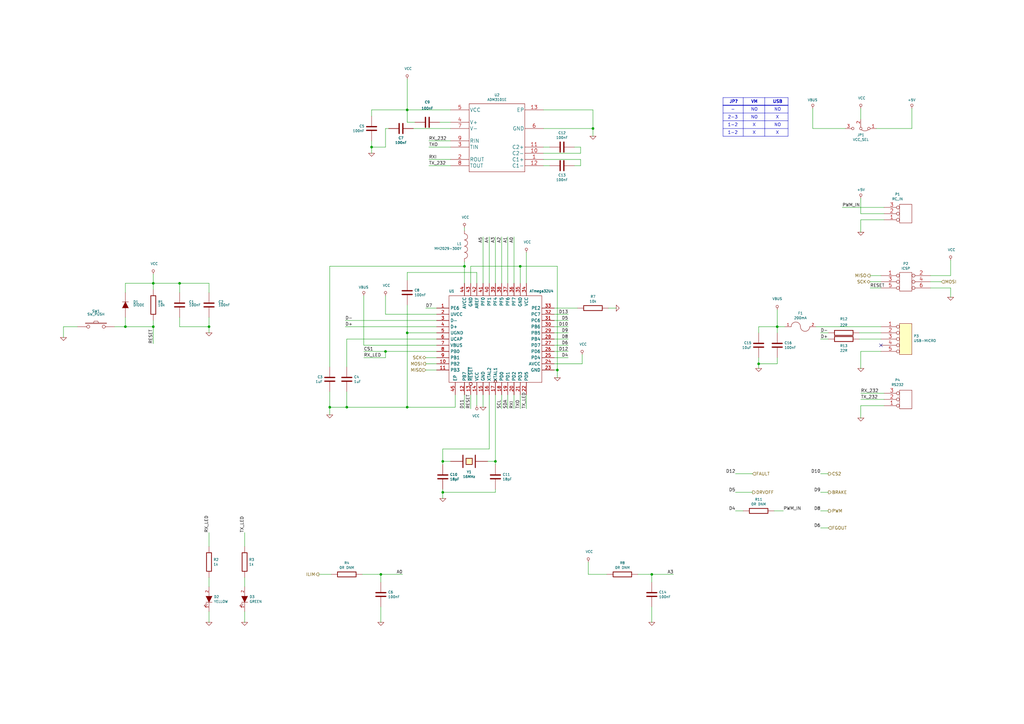
<source format=kicad_sch>
(kicad_sch (version 20231120) (generator "eeschema") (generator_version "8.0")
  (paper "A3")
  (title_block (title "Arduino Micro") (date "2021-04-29") (rev "01") (company "TuX's Design"))
  (lib_symbols
    (symbol "Driverino-rescue:+5V-power" (power) (pin_names (offset 1.016))
      (property "Value" "+5V-power" (at 0 2.286 0))
      (symbol "+5V-power_0_0"
        (pin power_in line (at 0 0 90) (length 0) hide (name "+5V") (number "1"))
      )
    )
    (symbol "Driverino-rescue:ADM3101EACPZ-250R7-ad" (pin_names (offset 0.254))
      (property "Reference" "U" (at 0 20.32 0))
      (property "Value" "ADM3101EACPZ-250R7-ad" (at 0 17.78 0))
      (symbol "ADM3101EACPZ-250R7-ad_1_0"
        (pin unspecified line (at 19.05 -8.89 180) (length 7.62) (name "C1+") (number "1"))
        (pin unspecified line (at 19.05 -6.35 180) (length 7.62) (name "C2-") (number "10"))
        (pin unspecified line (at 19.05 -3.81 180) (length 7.62) (name "C2+") (number "11"))
        (pin unspecified line (at 19.05 -11.43 180) (length 7.62) (name "C1-") (number "12"))
        (pin unspecified line (at 19.05 11.43 180) (length 7.62) (name "EP") (number "13"))
        (pin unspecified line (at -19.05 -8.89 0) (length 7.62) (name "ROUT") (number "2"))
        (pin unspecified line (at -19.05 -3.81 0) (length 7.62) (name "TIN") (number "3"))
        (pin unspecified line (at -19.05 6.35 0) (length 7.62) (name "V+") (number "4"))
        (pin unspecified line (at -19.05 11.43 0) (length 7.62) (name "VCC") (number "5"))
        (pin unspecified line (at 19.05 3.81 180) (length 7.62) (name "GND") (number "6"))
        (pin unspecified line (at -19.05 3.81 0) (length 7.62) (name "V-") (number "7"))
        (pin unspecified line (at -19.05 -11.43 0) (length 7.62) (name "TOUT") (number "8"))
        (pin unspecified line (at -19.05 -1.27 0) (length 7.62) (name "RIN") (number "9"))
      )
    )
    (symbol "Driverino-rescue:ATmega32U4-V2-30A110-A-symbols"
      (property "Reference" "U" (at -21.59 15.24 0))
      (property "Value" "ATmega32U4-V2-30A110-A-symbols" (at 21.59 -21.59 0))
      (symbol "ATmega32U4-V2-30A110-A-symbols_1_1"
        (pin input line (at -24.13 11.43 0) (length 5.08) (name "PE6") (number "1"))
        (pin bidirectional line (at -24.13 -11.43 0) (length 5.08) (name "PB2") (number "10"))
        (pin bidirectional line (at -24.13 -13.97 0) (length 5.08) (name "PB3") (number "11"))
        (pin bidirectional line (at -12.7 -24.13 90) (length 5.08) (name "PB7") (number "12"))
        (pin input inverted (at -10.16 -24.13 90) (length 5.08) (name "~{RESET}") (number "13"))
        (pin power_in line (at -7.62 -24.13 90) (length 5.08) (name "VCC") (number "14"))
        (pin power_in line (at -5.08 -24.13 90) (length 5.08) (name "GND") (number "15"))
        (pin output line (at -2.54 -24.13 90) (length 5.08) (name "XTAL2") (number "16"))
        (pin input clock (at 0 -24.13 90) (length 5.08) (name "XTAL1") (number "17"))
        (pin bidirectional line (at 2.54 -24.13 90) (length 5.08) (name "PD0") (number "18"))
        (pin bidirectional line (at 5.08 -24.13 90) (length 5.08) (name "PD1") (number "19"))
        (pin power_in line (at -24.13 8.89 0) (length 5.08) (name "UVCC") (number "2"))
        (pin bidirectional line (at 7.62 -24.13 90) (length 5.08) (name "PD2") (number "20"))
        (pin bidirectional line (at 10.16 -24.13 90) (length 5.08) (name "PD3") (number "21"))
        (pin bidirectional line (at 12.7 -24.13 90) (length 5.08) (name "PD5") (number "22"))
        (pin power_in line (at 24.13 -13.97 180) (length 5.08) (name "GND") (number "23"))
        (pin power_in line (at 24.13 -11.43 180) (length 5.08) (name "AVCC") (number "24"))
        (pin bidirectional line (at 24.13 -8.89 180) (length 5.08) (name "PD4") (number "25"))
        (pin bidirectional line (at 24.13 -6.35 180) (length 5.08) (name "PD6") (number "26"))
        (pin bidirectional line (at 24.13 -3.81 180) (length 5.08) (name "PD7") (number "27"))
        (pin bidirectional line (at 24.13 -1.27 180) (length 5.08) (name "PB4") (number "28"))
        (pin bidirectional line (at 24.13 1.27 180) (length 5.08) (name "PB5") (number "29"))
        (pin bidirectional line (at -24.13 6.35 0) (length 5.08) (name "D-") (number "3"))
        (pin bidirectional line (at 24.13 3.81 180) (length 5.08) (name "PB6") (number "30"))
        (pin bidirectional line (at 24.13 6.35 180) (length 5.08) (name "PC6") (number "31"))
        (pin bidirectional line (at 24.13 8.89 180) (length 5.08) (name "PC7") (number "32"))
        (pin bidirectional line (at 24.13 11.43 180) (length 5.08) (name "PE2") (number "33"))
        (pin power_in line (at 12.7 21.59 270) (length 5.08) (name "VCC") (number "34"))
        (pin power_in line (at 10.16 21.59 270) (length 5.08) (name "GND") (number "35"))
        (pin bidirectional line (at 7.62 21.59 270) (length 5.08) (name "PF7") (number "36"))
        (pin bidirectional line (at 5.08 21.59 270) (length 5.08) (name "PF6") (number "37"))
        (pin bidirectional line (at 2.54 21.59 270) (length 5.08) (name "PF5") (number "38"))
        (pin bidirectional line (at 0 21.59 270) (length 5.08) (name "PF4") (number "39"))
        (pin bidirectional line (at -24.13 3.81 0) (length 5.08) (name "D+") (number "4"))
        (pin bidirectional line (at -2.54 21.59 270) (length 5.08) (name "PF1") (number "40"))
        (pin bidirectional line (at -5.08 21.59 270) (length 5.08) (name "PF0") (number "41"))
        (pin input line (at -7.62 21.59 270) (length 5.08) (name "AREF") (number "42"))
        (pin power_in line (at -10.16 21.59 270) (length 5.08) (name "GND") (number "43"))
        (pin power_in line (at -12.7 21.59 270) (length 5.08) (name "AVCC") (number "44"))
        (pin power_in line (at -16.51 -24.13 90) (length 5.08) (name "EP") (number "45"))
        (pin power_in line (at -24.13 1.27 0) (length 5.08) (name "UGND") (number "5"))
        (pin power_out line (at -24.13 -1.27 0) (length 5.08) (name "UCAP") (number "6"))
        (pin input line (at -24.13 -3.81 0) (length 5.08) (name "VBUS") (number "7"))
        (pin input line (at -24.13 -6.35 0) (length 5.08) (name "PB0") (number "8"))
        (pin bidirectional line (at -24.13 -8.89 0) (length 5.08) (name "PB1") (number "9"))
      )
    )
    (symbol "Driverino-rescue:C-device" (pin_numbers hide) (pin_names (offset 0.254))
      (property "Reference" "C" (at 0 2.54 0))
      (property "Value" "C-device" (at 0.1524 -2.159 0))
      (symbol "C-device_1_1"
        (pin passive line (at 0 5.08 270) (length 4.318) (name "~") (number "1"))
        (pin passive line (at 0 -5.08 90) (length 4.318) (name "~") (number "2"))
      )
    )
    (symbol "Driverino-rescue:CONN_3-conn" (pin_names (offset 1.016) hide)
      (property "Reference" "K" (at -1.27 0 90))
      (property "Value" "CONN_3-conn" (at 1.27 0 90))
      (symbol "CONN_3-conn_1_1"
        (pin passive inverted (at -8.89 2.54 0) (length 6.35) (name "P1") (number "1"))
        (pin passive inverted (at -8.89 0 0) (length 6.35) (name "PM") (number "2"))
        (pin passive inverted (at -8.89 -2.54 0) (length 6.35) (name "P3") (number "3"))
      )
    )
    (symbol "Driverino-rescue:CONN_3X2-conn" (pin_names (offset 1.016) hide)
      (property "Reference" "P" (at 0 6.35 0))
      (property "Value" "CONN_3X2-conn" (at 0 1.27 90))
      (symbol "CONN_3X2-conn_1_1"
        (pin passive inverted (at -10.16 3.81 0) (length 7.62) (name "1") (number "1"))
        (pin passive inverted (at 10.16 3.81 180) (length 7.62) (name "2") (number "2"))
        (pin passive inverted (at -10.16 1.27 0) (length 7.62) (name "3") (number "3"))
        (pin passive inverted (at 10.16 1.27 180) (length 7.62) (name "4") (number "4"))
        (pin passive inverted (at -10.16 -1.27 0) (length 7.62) (name "5") (number "5"))
        (pin passive inverted (at 10.16 -1.27 180) (length 7.62) (name "6") (number "6"))
      )
    )
    (symbol "Driverino-rescue:CONN_5-conn" (pin_names (offset 1.016))
      (property "Reference" "P" (at -1.27 0 90))
      (property "Value" "CONN_5-conn" (at 1.27 0 90))
      (symbol "CONN_5-conn_1_1"
        (pin passive inverted (at -10.16 5.08 0) (length 7.62) (name "~") (number "1"))
        (pin passive inverted (at -10.16 2.54 0) (length 7.62) (name "~") (number "2"))
        (pin passive inverted (at -10.16 0 0) (length 7.62) (name "~") (number "3"))
        (pin passive inverted (at -10.16 -2.54 0) (length 7.62) (name "~") (number "4"))
        (pin passive inverted (at -10.16 -5.08 0) (length 7.62) (name "~") (number "5"))
      )
    )
    (symbol "Driverino-rescue:CRYSTAL-device" (pin_numbers hide) (pin_names (offset 1.016) hide)
      (property "Reference" "X" (at 0 3.81 0))
      (property "Value" "CRYSTAL-device" (at 0 -3.81 0))
      (symbol "CRYSTAL-device_1_1"
        (pin passive line (at -7.62 0 0) (length 5.08) (name "1") (number "1"))
        (pin passive line (at 7.62 0 180) (length 5.08) (name "2") (number "2"))
      )
    )
    (symbol "Driverino-rescue:DIODE-device" (pin_numbers hide) (pin_names (offset 1.016) hide)
      (property "Reference" "D" (at 0 2.54 0))
      (property "Value" "DIODE-device" (at 0 -2.54 0))
      (symbol "DIODE-device_1_1"
        (pin passive line (at 5.08 0 180) (length 3.81) (name "K") (number "1"))
        (pin passive line (at -5.08 0 0) (length 3.81) (name "A") (number "2"))
      )
    )
    (symbol "Driverino-rescue:FUSE-device" (pin_names (offset 0.254))
      (property "Reference" "F" (at 2.54 1.27 0))
      (property "Value" "FUSE-device" (at -2.54 -1.27 0))
      (symbol "FUSE-device_1_1"
        (pin input line (at -6.35 0 0) (length 2.54) (name "~") (number "1"))
        (pin input line (at 6.35 0 180) (length 2.54) (name "~") (number "2"))
      )
    )
    (symbol "Driverino-rescue:GND-power" (power) (pin_names (offset 0))
      (symbol "GND-power_1_1"
        (pin power_in line (at 0 0 90) (length 0) hide (name "GND") (number "1"))
      )
    )
    (symbol "Driverino-rescue:INDUCTOR_SMALL-device" (pin_numbers hide) (pin_names (offset 0) hide)
      (property "Reference" "L" (at 0 2.54 0))
      (property "Value" "INDUCTOR_SMALL-device" (at 0 -1.27 0))
      (symbol "INDUCTOR_SMALL-device_1_1"
        (pin input line (at -6.35 0 0) (length 1.27) (name "1") (number "1"))
        (pin input line (at 6.35 0 180) (length 1.27) (name "2") (number "2"))
      )
    )
    (symbol "Driverino-rescue:Jumper_3_Bridged12-Jumper" (pin_names (offset 0) hide)
      (property "Reference" "JP" (at -2.54 -2.54 0))
      (property "Value" "Jumper_3_Bridged12-Jumper" (at 0 2.794 0))
      (symbol "Jumper_3_Bridged12-Jumper_1_1"
        (pin passive line (at -6.35 0 0) (length 2.54) (name "A") (number "1"))
        (pin input line (at 0 -3.81 90) (length 2.54) (name "C") (number "2"))
        (pin passive line (at 6.35 0 180) (length 2.54) (name "B") (number "3"))
      )
    )
    (symbol "Driverino-rescue:LED-device" (pin_names (offset 1.016) hide)
      (property "Reference" "D" (at 0 2.54 0))
      (property "Value" "LED-device" (at 0 -2.54 0))
      (symbol "LED-device_1_1"
        (pin passive line (at 5.08 0 180) (length 3.81) (name "K") (number "1"))
        (pin passive line (at -5.08 0 0) (length 3.81) (name "A") (number "2"))
      )
    )
    (symbol "Driverino-rescue:R-device" (pin_numbers hide) (pin_names (offset 0))
      (property "Reference" "R" (at 2.032 0 90))
      (property "Value" "R-device" (at 0.1778 0.0254 90))
      (symbol "R-device_1_1"
        (pin passive line (at 0 6.35 270) (length 2.54) (name "~") (number "1"))
        (pin passive line (at 0 -6.35 90) (length 2.54) (name "~") (number "2"))
      )
    )
    (symbol "Driverino-rescue:SW_PUSH-device" (pin_numbers hide) (pin_names (offset 1.016) hide)
      (property "Reference" "SW" (at 3.81 2.794 0))
      (property "Value" "SW_PUSH-device" (at 0 -2.032 0))
      (symbol "SW_PUSH-device_0_1"
        (pin passive inverted (at -7.62 0 0) (length 5.08) (name "1") (number "1"))
        (pin passive inverted (at 7.62 0 180) (length 5.08) (name "2") (number "2"))
      )
    )
    (symbol "Driverino-rescue:VBUS-power" (power) (pin_names (offset 1.016))
      (property "Value" "VBUS-power" (at 0 2.54 0))
      (symbol "VBUS-power_1_0"
        (pin power_in line (at 0 0 90) (length 0) hide (name "VBUS") (number "1"))
      )
    )
    (symbol "Driverino-rescue:VCC-power" (power) (pin_names (offset 0))
      (property "Value" "VCC-power" (at 0 2.54 0))
      (symbol "VCC-power_0_0"
        (pin power_in line (at 0 0 90) (length 0) hide (name "VCC") (number "1"))
      )
    )
  )
  (junction (at 228.6 151.765))
  (junction (at 73.66 116.205))
  (junction (at 167.005 136.525))
  (junction (at 167.005 167.005))
  (junction (at 181.61 189.23))
  (junction (at 85.725 133.985))
  (junction (at 62.865 116.205))
  (junction (at 181.61 201.93))
  (junction (at 213.36 109.22))
  (junction (at 318.77 133.985))
  (junction (at 158.115 144.145))
  (junction (at 203.2 189.23))
  (junction (at 51.435 133.985))
  (junction (at 190.5 109.22))
  (junction (at 156.21 235.585))
  (junction (at 62.865 133.985))
  (junction (at 142.24 167.005))
  (junction (at 267.335 235.585))
  (junction (at 152.4 60.325))
  (junction (at 167.005 45.085))
  (junction (at 243.205 52.705))
  (junction (at 135.255 167.005))
  (junction (at 311.15 149.225))
  (no_connect (at 361.315 141.605))
  (wire (pts (xy 225.425 60.325) (xy 222.885 60.325)))
  (wire (pts (xy 361.315 115.57) (xy 356.87 115.57)))
  (wire (pts (xy 210.82 116.205) (xy 210.82 97.155)))
  (wire (pts (xy 200.66 116.205) (xy 200.66 97.155)))
  (wire (pts (xy 135.255 160.655) (xy 135.255 167.005)))
  (wire (pts (xy 184.785 45.085) (xy 167.005 45.085)))
  (wire (pts (xy 311.15 133.985) (xy 311.15 136.525)))
  (wire (pts (xy 158.115 144.145) (xy 179.07 144.145)))
  (wire (pts (xy 159.385 52.705) (xy 158.115 52.705)))
  (wire (pts (xy 318.77 136.525) (xy 318.77 133.985)))
  (wire (pts (xy 238.76 149.225) (xy 238.76 145.415)))
  (wire (pts (xy 203.2 161.925) (xy 203.2 189.23)))
  (wire (pts (xy 100.33 224.155) (xy 100.33 218.44)))
  (wire (pts (xy 301.625 201.93) (xy 308.61 201.93)))
  (wire (pts (xy 213.36 161.925) (xy 213.36 167.64)))
  (wire (pts (xy 141.605 133.985) (xy 179.07 133.985)))
  (wire (pts (xy 339.725 139.065) (xy 336.55 139.065)))
  (wire (pts (xy 353.06 87.63) (xy 353.06 81.28)))
  (wire (pts (xy 149.225 141.605) (xy 149.225 121.285)))
  (wire (pts (xy 208.28 116.205) (xy 208.28 97.155)))
  (polyline (pts (xy 296.545 55.88) (xy 323.215 55.88)) (stroke (width 0) (type solid)))
  (wire (pts (xy 156.21 248.92) (xy 156.21 255.27)))
  (wire (pts (xy 174.625 146.685) (xy 179.07 146.685)))
  (wire (pts (xy 85.725 116.205) (xy 85.725 120.015)))
  (wire (pts (xy 181.61 201.93) (xy 181.61 200.66)))
  (wire (pts (xy 311.15 133.985) (xy 318.77 133.985)))
  (wire (pts (xy 198.12 161.925) (xy 198.12 167.005)))
  (wire (pts (xy 200.66 184.15) (xy 200.66 161.925)))
  (wire (pts (xy 167.005 45.085) (xy 152.4 45.085)))
  (wire (pts (xy 179.07 128.905) (xy 158.115 128.905)))
  (wire (pts (xy 142.24 139.065) (xy 142.24 150.495)))
  (wire (pts (xy 73.66 130.175) (xy 73.66 133.985)))
  (wire (pts (xy 200.025 189.23) (xy 203.2 189.23)))
  (wire (pts (xy 51.435 133.985) (xy 62.865 133.985)))
  (wire (pts (xy 167.005 50.165) (xy 167.005 45.085)))
  (wire (pts (xy 195.58 116.205) (xy 195.58 111.76)))
  (wire (pts (xy 333.375 44.45) (xy 333.375 52.705)))
  (wire (pts (xy 148.59 235.585) (xy 156.21 235.585)))
  (wire (pts (xy 179.07 139.065) (xy 142.24 139.065)))
  (wire (pts (xy 26.035 133.985) (xy 26.035 138.43)))
  (wire (pts (xy 318.77 146.685) (xy 318.77 149.225)))
  (wire (pts (xy 362.585 90.17) (xy 353.06 90.17)))
  (wire (pts (xy 158.115 146.685) (xy 158.115 144.145)))
  (wire (pts (xy 51.435 116.205) (xy 62.865 116.205)))
  (wire (pts (xy 227.33 149.225) (xy 238.76 149.225)))
  (wire (pts (xy 208.28 161.925) (xy 208.28 167.64)))
  (wire (pts (xy 227.33 128.905) (xy 233.045 128.905)))
  (wire (pts (xy 227.33 139.065) (xy 233.045 139.065)))
  (wire (pts (xy 184.785 57.785) (xy 175.895 57.785)))
  (wire (pts (xy 267.335 238.76) (xy 267.335 235.585)))
  (wire (pts (xy 381.635 118.11) (xy 389.89 118.11)))
  (wire (pts (xy 167.005 167.005) (xy 142.24 167.005)))
  (wire (pts (xy 311.15 149.225) (xy 311.15 151.13)))
  (wire (pts (xy 267.335 235.585) (xy 276.225 235.585)))
  (wire (pts (xy 73.66 116.205) (xy 73.66 120.015)))
  (wire (pts (xy 167.005 136.525) (xy 167.005 167.005)))
  (wire (pts (xy 158.115 52.705) (xy 158.115 60.325)))
  (wire (pts (xy 205.74 116.205) (xy 205.74 97.155)))
  (wire (pts (xy 130.81 235.585) (xy 135.89 235.585)))
  (wire (pts (xy 184.785 67.945) (xy 175.895 67.945)))
  (wire (pts (xy 361.315 139.065) (xy 352.425 139.065)))
  (wire (pts (xy 249.555 126.365) (xy 252.73 126.365)))
  (wire (pts (xy 346.71 52.705) (xy 333.375 52.705)))
  (wire (pts (xy 158.115 128.905) (xy 158.115 121.285)))
  (wire (pts (xy 190.5 107.315) (xy 190.5 109.22)))
  (wire (pts (xy 174.625 126.365) (xy 179.07 126.365)))
  (wire (pts (xy 135.255 167.005) (xy 135.255 170.18)))
  (wire (pts (xy 85.725 250.825) (xy 85.725 255.27)))
  (wire (pts (xy 85.725 218.44) (xy 85.725 224.155)))
  (wire (pts (xy 142.24 160.655) (xy 142.24 167.005)))
  (wire (pts (xy 85.725 236.855) (xy 85.725 240.665)))
  (wire (pts (xy 301.625 194.31) (xy 308.61 194.31)))
  (wire (pts (xy 190.5 109.22) (xy 190.5 116.205)))
  (wire (pts (xy 152.4 45.085) (xy 152.4 47.625)))
  (wire (pts (xy 170.18 50.165) (xy 167.005 50.165)))
  (wire (pts (xy 179.07 136.525) (xy 167.005 136.525)))
  (wire (pts (xy 311.15 146.685) (xy 311.15 149.225)))
  (wire (pts (xy 167.005 111.76) (xy 195.58 111.76)))
  (wire (pts (xy 301.625 209.55) (xy 304.8 209.55)))
  (wire (pts (xy 361.315 136.525) (xy 352.425 136.525)))
  (wire (pts (xy 46.99 133.985) (xy 51.435 133.985)))
  (wire (pts (xy 311.15 149.225) (xy 318.77 149.225)))
  (wire (pts (xy 222.885 62.865) (xy 238.125 62.865)))
  (wire (pts (xy 181.61 190.5) (xy 181.61 189.23)))
  (wire (pts (xy 389.89 113.03) (xy 389.89 106.68)))
  (wire (pts (xy 149.225 144.145) (xy 158.115 144.145)))
  (wire (pts (xy 353.06 166.37) (xy 353.06 171.45)))
  (wire (pts (xy 85.725 130.175) (xy 85.725 133.985)))
  (wire (pts (xy 100.33 250.825) (xy 100.33 255.27)))
  (wire (pts (xy 227.33 151.765) (xy 228.6 151.765)))
  (wire (pts (xy 336.55 194.31) (xy 339.725 194.31)))
  (wire (pts (xy 51.435 120.015) (xy 51.435 116.205)))
  (wire (pts (xy 215.9 161.925) (xy 215.9 167.64)))
  (wire (pts (xy 62.865 112.395) (xy 62.865 116.205)))
  (polyline (pts (xy 296.545 46.355) (xy 323.215 46.355)) (stroke (width 0) (type solid)))
  (wire (pts (xy 225.425 67.945) (xy 222.885 67.945)))
  (wire (pts (xy 62.865 116.205) (xy 62.865 118.745)))
  (wire (pts (xy 62.865 133.985) (xy 62.865 140.97)))
  (wire (pts (xy 215.9 116.205) (xy 215.9 103.505)))
  (wire (pts (xy 336.55 216.535) (xy 339.725 216.535)))
  (wire (pts (xy 361.315 118.11) (xy 356.87 118.11)))
  (wire (pts (xy 362.585 163.83) (xy 353.06 163.83)))
  (wire (pts (xy 339.725 136.525) (xy 336.55 136.525)))
  (wire (pts (xy 184.785 50.165) (xy 180.34 50.165)))
  (wire (pts (xy 205.74 161.925) (xy 205.74 167.64)))
  (polyline (pts (xy 323.215 40.005) (xy 323.215 55.88)) (stroke (width 0) (type solid)))
  (wire (pts (xy 362.585 161.29) (xy 353.06 161.29)))
  (wire (pts (xy 243.205 45.085) (xy 243.205 52.705)))
  (wire (pts (xy 389.89 118.11) (xy 389.89 121.92)))
  (wire (pts (xy 238.125 62.865) (xy 238.125 60.325)))
  (wire (pts (xy 213.36 109.22) (xy 228.6 109.22)))
  (wire (pts (xy 222.885 45.085) (xy 243.205 45.085)))
  (wire (pts (xy 156.21 238.76) (xy 156.21 235.585)))
  (polyline (pts (xy 296.545 55.88) (xy 296.545 40.005)) (stroke (width 0) (type solid)))
  (wire (pts (xy 85.725 133.985) (xy 85.725 136.525)))
  (wire (pts (xy 241.3 230.505) (xy 241.3 235.585)))
  (polyline (pts (xy 296.545 52.705) (xy 323.215 52.705)) (stroke (width 0) (type solid)))
  (wire (pts (xy 381.635 113.03) (xy 389.89 113.03)))
  (wire (pts (xy 261.62 235.585) (xy 267.335 235.585)))
  (wire (pts (xy 184.785 65.405) (xy 175.895 65.405)))
  (wire (pts (xy 203.2 189.23) (xy 203.2 190.5)))
  (wire (pts (xy 361.315 113.03) (xy 356.87 113.03)))
  (wire (pts (xy 353.06 144.145) (xy 353.06 151.13)))
  (wire (pts (xy 362.585 85.09) (xy 345.44 85.09)))
  (wire (pts (xy 334.645 133.985) (xy 361.315 133.985)))
  (wire (pts (xy 198.12 116.205) (xy 198.12 97.155)))
  (wire (pts (xy 213.36 116.205) (xy 213.36 109.22)))
  (wire (pts (xy 193.04 116.205) (xy 193.04 109.22)))
  (wire (pts (xy 195.58 161.925) (xy 195.58 166.37)))
  (wire (pts (xy 362.585 166.37) (xy 353.06 166.37)))
  (wire (pts (xy 318.77 127) (xy 318.77 133.985)))
  (wire (pts (xy 321.945 133.985) (xy 318.77 133.985)))
  (wire (pts (xy 100.33 236.855) (xy 100.33 240.665)))
  (wire (pts (xy 149.225 146.685) (xy 158.115 146.685)))
  (wire (pts (xy 317.5 209.55) (xy 321.31 209.55)))
  (wire (pts (xy 51.435 133.985) (xy 51.435 130.175)))
  (wire (pts (xy 186.69 167.005) (xy 167.005 167.005)))
  (wire (pts (xy 222.885 65.405) (xy 238.125 65.405)))
  (wire (pts (xy 238.125 60.325) (xy 235.585 60.325)))
  (wire (pts (xy 241.3 235.585) (xy 248.92 235.585)))
  (wire (pts (xy 243.205 52.705) (xy 243.205 55.88)))
  (wire (pts (xy 179.07 141.605) (xy 149.225 141.605)))
  (wire (pts (xy 181.61 201.93) (xy 181.61 204.47)))
  (wire (pts (xy 73.66 116.205) (xy 85.725 116.205)))
  (wire (pts (xy 359.41 52.705) (xy 374.015 52.705)))
  (wire (pts (xy 203.2 201.93) (xy 181.61 201.93)))
  (wire (pts (xy 353.06 48.895) (xy 353.06 44.45)))
  (wire (pts (xy 167.005 125.095) (xy 167.005 136.525)))
  (wire (pts (xy 193.04 161.925) (xy 193.04 167.64)))
  (wire (pts (xy 336.55 201.93) (xy 339.725 201.93)))
  (wire (pts (xy 156.21 235.585) (xy 165.1 235.585)))
  (polyline (pts (xy 296.545 40.005) (xy 323.215 40.005)) (stroke (width 0) (type solid)))
  (wire (pts (xy 181.61 189.23) (xy 184.785 189.23)))
  (wire (pts (xy 152.4 60.325) (xy 152.4 62.865)))
  (wire (pts (xy 362.585 87.63) (xy 353.06 87.63)))
  (wire (pts (xy 62.865 116.205) (xy 73.66 116.205)))
  (wire (pts (xy 62.865 133.985) (xy 62.865 131.445)))
  (wire (pts (xy 210.82 161.925) (xy 210.82 167.64)))
  (wire (pts (xy 181.61 189.23) (xy 181.61 184.15)))
  (wire (pts (xy 228.6 151.765) (xy 228.6 154.94)))
  (wire (pts (xy 238.125 65.405) (xy 238.125 67.945)))
  (wire (pts (xy 73.66 133.985) (xy 85.725 133.985)))
  (wire (pts (xy 227.33 141.605) (xy 233.045 141.605)))
  (wire (pts (xy 190.5 161.925) (xy 190.5 167.64)))
  (wire (pts (xy 167.005 114.935) (xy 167.005 111.76)))
  (wire (pts (xy 184.785 52.705) (xy 169.545 52.705)))
  (wire (pts (xy 336.55 209.55) (xy 339.725 209.55)))
  (polyline (pts (xy 296.545 43.18) (xy 323.215 43.18)) (stroke (width 0.3048) (type solid)))
  (wire (pts (xy 26.035 133.985) (xy 31.75 133.985)))
  (wire (pts (xy 227.33 146.685) (xy 233.045 146.685)))
  (wire (pts (xy 135.255 109.22) (xy 190.5 109.22)))
  (wire (pts (xy 267.335 248.92) (xy 267.335 255.27)))
  (wire (pts (xy 141.605 131.445) (xy 179.07 131.445)))
  (wire (pts (xy 174.625 149.225) (xy 179.07 149.225)))
  (wire (pts (xy 203.2 116.205) (xy 203.2 97.155)))
  (wire (pts (xy 181.61 184.15) (xy 200.66 184.15)))
  (polyline (pts (xy 304.8 40.005) (xy 304.8 55.88)) (stroke (width 0) (type solid)))
  (wire (pts (xy 381.635 115.57) (xy 386.08 115.57)))
  (wire (pts (xy 222.885 52.705) (xy 243.205 52.705)))
  (wire (pts (xy 227.33 144.145) (xy 233.045 144.145)))
  (polyline (pts (xy 313.69 40.005) (xy 313.69 55.88)) (stroke (width 0) (type solid)))
  (wire (pts (xy 227.33 131.445) (xy 233.045 131.445)))
  (wire (pts (xy 374.015 44.45) (xy 374.015 52.705)))
  (wire (pts (xy 227.33 136.525) (xy 233.045 136.525)))
  (polyline (pts (xy 296.545 49.53) (xy 323.215 49.53)) (stroke (width 0) (type solid)))
  (wire (pts (xy 353.06 90.17) (xy 353.06 95.25)))
  (wire (pts (xy 152.4 60.325) (xy 158.115 60.325)))
  (wire (pts (xy 142.24 167.005) (xy 135.255 167.005)))
  (wire (pts (xy 152.4 57.785) (xy 152.4 60.325)))
  (wire (pts (xy 167.005 45.085) (xy 167.005 32.385)))
  (wire (pts (xy 361.315 144.145) (xy 353.06 144.145)))
  (wire (pts (xy 186.69 161.925) (xy 186.69 167.005)))
  (wire (pts (xy 228.6 109.22) (xy 228.6 151.765)))
  (wire (pts (xy 193.04 109.22) (xy 213.36 109.22)))
  (wire (pts (xy 238.125 67.945) (xy 235.585 67.945)))
  (wire (pts (xy 184.785 60.325) (xy 175.895 60.325)))
  (wire (pts (xy 190.5 93.345) (xy 190.5 94.615)))
  (wire (pts (xy 227.33 126.365) (xy 236.855 126.365)))
  (wire (pts (xy 174.625 151.765) (xy 179.07 151.765)))
  (wire (pts (xy 227.33 133.985) (xy 233.045 133.985)))
  (wire (pts (xy 135.255 109.22) (xy 135.255 150.495)))
  (wire (pts (xy 203.2 200.66) (xy 203.2 201.93)))
  (text "-" (at 299.72 45.72 0) (effects (font (size 1.27 1.27)) (justify left bottom)))
  (text "1-2" (at 298.45 52.07 0) (effects (font (size 1.27 1.27)) (justify left bottom)))
  (text "NO" (at 307.975 45.72 0) (effects (font (size 1.27 1.27)) (justify left bottom)))
  (text "X" (at 308.61 55.245 0) (effects (font (size 1.27 1.27)) (justify left bottom)))
  (text "1-2" (at 298.45 55.245 0) (effects (font (size 1.27 1.27)) (justify left bottom)))
  (text "JP?" (at 299.085 42.545 0) (effects (font (size 1.27 1.27) (thickness 0.254) (bold yes)) (justify left bottom)))
  (text "VM" (at 307.975 42.545 0) (effects (font (size 1.27 1.27) (thickness 0.254) (bold yes)) (justify left bottom)))
  (text "X" (at 318.135 48.895 0) (effects (font (size 1.27 1.27)) (justify left bottom)))
  (text "2-3" (at 298.45 48.895 0) (effects (font (size 1.27 1.27)) (justify left bottom)))
  (text "USB" (at 316.865 42.545 0) (effects (font (size 1.27 1.27) (thickness 0.254) (bold yes)) (justify left bottom)))
  (text "NO" (at 317.5 45.72 0) (effects (font (size 1.27 1.27)) (justify left bottom)))
  (text "X" (at 308.61 52.07 0) (effects (font (size 1.27 1.27)) (justify left bottom)))
  (text "X" (at 318.135 55.245 0) (effects (font (size 1.27 1.27)) (justify left bottom)))
  (text "NO" (at 307.975 48.895 0) (effects (font (size 1.27 1.27)) (justify left bottom)))
  (text "NO" (at 317.5 52.07 0) (effects (font (size 1.27 1.27)) (justify left bottom)))
  (label "D-" (at 141.605 131.445 0))
  (label "RX_LED" (at 85.725 218.44 90))
  (label "A2" (at 205.74 97.155 270))
  (label "D8" (at 336.55 209.55 180))
  (label "A5" (at 198.12 97.155 270))
  (label "D+" (at 141.605 133.985 0))
  (label "PWM_IN" (at 321.31 209.55 0))
  (label "TX_LED" (at 215.9 167.64 90))
  (label "RX_232" (at 353.06 161.29 0))
  (label "D6" (at 336.55 216.535 180))
  (label "D6" (at 233.045 141.605 180))
  (label "RESET" (at 356.87 118.11 0))
  (label "RXI" (at 175.895 65.405 0))
  (label "A1" (at 208.28 97.155 270))
  (label "TX_232" (at 175.895 67.945 0))
  (label "CS1" (at 149.225 144.145 0))
  (label "D10" (at 233.045 133.985 180))
  (label "TX_LED" (at 100.33 218.44 90))
  (label "D7" (at 174.625 126.365 0))
  (label "D+" (at 336.55 139.065 0))
  (label "D11" (at 190.5 167.64 90))
  (label "D8" (at 233.045 139.065 180))
  (label "PWM_IN" (at 345.44 85.09 0))
  (label "TXO" (at 175.895 60.325 0))
  (label "D13" (at 233.045 128.905 180))
  (label "RESET" (at 193.04 167.64 90))
  (label "D4" (at 301.625 209.55 180))
  (label "RX_232" (at 175.895 57.785 0))
  (label "A3" (at 276.225 235.585 180))
  (label "D5" (at 301.625 201.93 180))
  (label "D-" (at 336.55 136.525 0))
  (label "TXO" (at 213.36 167.64 90))
  (label "D9" (at 233.045 136.525 180))
  (label "D10" (at 336.55 194.31 180))
  (label "A4" (at 200.66 97.155 270))
  (label "D12" (at 233.045 144.145 180))
  (label "A3" (at 203.2 97.155 270))
  (label "A0" (at 165.1 235.585 180))
  (label "A0" (at 210.82 97.155 270))
  (label "TX_232" (at 353.06 163.83 0))
  (label "SCL" (at 205.74 167.64 90))
  (label "D5" (at 233.045 131.445 180))
  (label "RESET" (at 62.865 140.97 90))
  (label "D9" (at 336.55 201.93 180))
  (label "RXI" (at 210.82 167.64 90))
  (label "D12" (at 301.625 194.31 180))
  (label "D4" (at 233.045 146.685 180))
  (label "SDA" (at 208.28 167.64 90))
  (label "RX_LED" (at 149.225 146.685 0))
  (hierarchical_label "DRVOFF" (shape output) (at 308.61 201.93 0))
  (hierarchical_label "MOSI" (shape output) (at 174.625 149.225 180))
  (hierarchical_label "MISO" (shape input) (at 174.625 151.765 180))
  (hierarchical_label "BRAKE" (shape output) (at 339.725 201.93 0))
  (hierarchical_label "MISO" (shape output) (at 356.87 113.03 180))
  (hierarchical_label "SCK" (shape bidirectional) (at 174.625 146.685 180))
  (hierarchical_label "ILIM" (shape output) (at 130.81 235.585 180))
  (hierarchical_label "MOSI" (shape input) (at 386.08 115.57 0))
  (hierarchical_label "CS2" (shape output) (at 339.725 194.31 0))
  (hierarchical_label "FGOUT" (shape input) (at 339.725 216.535 0))
  (hierarchical_label "PWM" (shape output) (at 339.725 209.55 0))
  (hierarchical_label "SCK" (shape bidirectional) (at 356.87 115.57 180))
  (hierarchical_label "FAULT" (shape input) (at 308.61 194.31 0))
  (symbol (lib_id "Driverino-rescue:CONN_3-conn") (at 371.475 87.63 0) (mirror x) (unit 1)
    (property "Reference" "P1" (at 368.0968 79.6798 0) (effects (font (size 1.016 1.016))))
    (property "Value" "RC_IN" (at 368.0968 81.6102 0) (effects (font (size 1.016 1.016))))
    (property "Footprint" "Connector_PinHeader_2.54mm:PinHeader_1x03_P2.54mm_Horizontal" (effects (hide yes)))
    (property "manf#" "70553-0107" (effects (hide yes)))
    (property "Provider" "Mouser" (effects (hide yes)))
    (property "Manufacturer" "Molex" (effects (hide yes)))
    (property "ProviderCode" "538-70553-0107" (effects (hide yes)))
  )
  (symbol (lib_id "Driverino-rescue:GND-power") (at 353.06 95.25 0) (mirror y) (unit 1)
    (property "Reference" "#PWR030" (effects (hide yes)))
    (property "Value" "GND" (effects (hide yes)))
  )
  (symbol (lib_id "Driverino-rescue:+5V-power") (at 353.06 81.28 0) (mirror y) (unit 1)
    (property "Reference" "#PWR029" (effects (hide yes)))
    (property "Value" "+5V" (at 353.1362 77.8256 0) (effects (font (size 1.016 1.016))))
  )
  (symbol (lib_id "Driverino-rescue:R-device") (at 311.15 209.55 270) (unit 1)
    (property "Reference" "R11" (at 311.15 204.851 90) (effects (font (size 1.016 1.016))))
    (property "Value" "0R DNM" (at 311.15 206.7814 90) (effects (font (size 1.016 1.016))))
    (property "Footprint" "Resistor_SMD:R_0402_1005Metric" (effects (hide yes)))
    (property "Provider" "Mouser" (effects (hide yes)))
    (property "Manufacturer" "Vishay" (effects (hide yes)))
    (property "ProviderCode" "71-RCC04020000Z0ED" (effects (hide yes)))
    (property "manf#" "RCC04020000Z0ED" (effects (hide yes)))
  )
  (symbol (lib_id "Driverino-rescue:C-device") (at 311.15 141.605 180) (unit 1)
    (property "Reference" "C15" (at 308.2544 140.6398 0) (effects (font (size 1.016 1.016)) (justify left)))
    (property "Value" "10uF" (at 308.2544 142.5702 0) (effects (font (size 1.016 1.016)) (justify left)))
    (property "Footprint" "Capacitor_SMD:C_1206_3216Metric" (effects (hide yes)))
    (property "manf#" "C3216X7R1H106K160AE" (effects (hide yes)))
    (property "Manufacturer" "TDK" (effects (hide yes)))
    (property "Provider" "Mouser" (effects (hide yes)))
    (property "ProviderCode" "810-C3216X7R1H106160" (effects (hide yes)))
  )
  (symbol (lib_id "Driverino-rescue:R-device") (at 100.33 230.505 0) (mirror y) (unit 1)
    (property "Reference" "R3" (at 102.1334 229.5398 0) (effects (font (size 1.016 1.016)) (justify right)))
    (property "Value" "1k" (at 102.1334 231.4702 0) (effects (font (size 1.016 1.016)) (justify right)))
    (property "Footprint" "Resistor_SMD:R_0402_1005Metric" (effects (hide yes)))
    (property "manf#" "CRCW04021K00FKEDC" (effects (hide yes)))
    (property "Provider" "Mouser" (effects (hide yes)))
    (property "Manufacturer" "Vishay" (effects (hide yes)))
    (property "ProviderCode" "71-CRCW04021K00FKEDC" (effects (hide yes)))
  )
  (symbol (lib_id "Driverino-rescue:GND-power") (at 100.33 255.27 0) (unit 1)
    (property "Reference" "#PWR05" (effects (hide yes)))
    (property "Value" "GND" (effects (hide yes)))
  )
  (symbol (lib_id "Driverino-rescue:LED-device") (at 100.33 245.745 270) (unit 1)
    (property "Reference" "D3" (at 102.3112 244.7798 90) (effects (font (size 1.016 1.016)) (justify left)))
    (property "Value" "GREEN" (at 102.3112 246.7102 90) (effects (font (size 1.016 1.016)) (justify left)))
    (property "Footprint" "LED_SMD:LED_0603_1608Metric" (effects (hide yes)))
    (property "Manufacturer" "Kingbright" (effects (hide yes)))
    (property "Provider" "Mouser" (effects (hide yes)))
    (property "ProviderCode" "604-APT1608SGC" (effects (hide yes)))
    (property "manf#" "APT1608SGC" (effects (hide yes)))
  )
  (symbol (lib_id "Driverino-rescue:GND-power") (at 85.725 255.27 0) (unit 1)
    (property "Reference" "#PWR04" (effects (hide yes)))
    (property "Value" "GND" (effects (hide yes)))
  )
  (symbol (lib_id "Driverino-rescue:+5V-power") (at 374.015 44.45 0) (unit 1)
    (property "Reference" "#PWR033" (effects (hide yes)))
    (property "Value" "+5V" (at 373.9134 40.9956 0) (effects (font (size 1.016 1.016))))
  )
  (symbol (lib_id "Driverino-rescue:VBUS-power") (at 333.375 44.45 0) (unit 1)
    (property "Reference" "#PWR027" (effects (hide yes)))
    (property "Value" "VBUS" (at 333.2734 40.9956 0) (effects (font (size 1.016 1.016))))
  )
  (symbol (lib_id "Driverino-rescue:VCC-power") (at 353.06 44.45 0) (unit 1)
    (property "Reference" "#PWR028" (effects (hide yes)))
    (property "Value" "VCC" (at 353.441 40.2336 0) (effects (font (size 1.016 1.016))))
  )
  (symbol (lib_id "Driverino-rescue:Jumper_3_Bridged12-Jumper") (at 353.06 52.705 180) (unit 1)
    (property "Reference" "JP1" (at 353.06 55.3466 0) (effects (font (size 1.016 1.016))))
    (property "Value" "VCC_SEL" (at 353.06 57.277 0) (effects (font (size 1.016 1.016))))
    (property "Footprint" "Connector_PinHeader_1.27mm:PinHeader_1x03_P1.27mm_Vertical" (effects (hide yes)))
    (property "Manufacturer" "Samtec" (effects (hide yes)))
    (property "Provider" "Mouser" (effects (hide yes)))
    (property "ProviderCode" "200-TMS10301GS" (effects (hide yes)))
    (property "manf#" "TMS-103-01-G-S" (effects (hide yes)))
  )
  (symbol (lib_id "Driverino-rescue:VCC-power") (at 167.005 32.385 0) (unit 1)
    (property "Reference" "#PWR011" (effects (hide yes)))
    (property "Value" "VCC" (at 167.386 28.1686 0) (effects (font (size 1.016 1.016))))
  )
  (symbol (lib_id "Driverino-rescue:VCC-power") (at 62.865 112.395 0) (unit 1)
    (property "Reference" "#PWR02" (effects (hide yes)))
    (property "Value" "VCC" (at 63.246 108.1786 0) (effects (font (size 1.016 1.016))))
  )
  (symbol (lib_id "Driverino-rescue:VCC-power") (at 190.5 93.345 0) (unit 1)
    (property "Reference" "#PWR014" (effects (hide yes)))
    (property "Value" "VCC" (at 190.881 89.1286 0) (effects (font (size 1.016 1.016))))
  )
  (symbol (lib_id "Driverino-rescue:VCC-power") (at 158.115 121.285 0) (unit 1)
    (property "Reference" "#PWR010" (effects (hide yes)))
    (property "Value" "VCC" (at 158.496 117.0686 0) (effects (font (size 1.016 1.016))))
  )
  (symbol (lib_id "Driverino-rescue:VCC-power") (at 238.76 145.415 0) (unit 1)
    (property "Reference" "#PWR020" (effects (hide yes)))
    (property "Value" "VCC" (at 239.141 141.1986 0) (effects (font (size 1.016 1.016))))
  )
  (symbol (lib_id "Driverino-rescue:VCC-power") (at 195.58 166.37 180) (unit 1)
    (property "Reference" "#PWR015" (effects (hide yes)))
    (property "Value" "VCC" (at 195.199 170.5864 0) (effects (font (size 1.016 1.016))))
  )
  (symbol (lib_id "Driverino-rescue:VCC-power") (at 215.9 103.505 0) (unit 1)
    (property "Reference" "#PWR018" (effects (hide yes)))
    (property "Value" "VCC" (at 216.281 99.2886 0) (effects (font (size 1.016 1.016))))
  )
  (symbol (lib_id "Driverino-rescue:VCC-power") (at 241.3 230.505 0) (unit 1)
    (property "Reference" "#PWR021" (effects (hide yes)))
    (property "Value" "VCC" (at 241.681 226.2886 0) (effects (font (size 1.016 1.016))))
  )
  (symbol (lib_id "Driverino-rescue:VCC-power") (at 389.89 106.68 0) (unit 1)
    (property "Reference" "#PWR034" (effects (hide yes)))
    (property "Value" "VCC" (at 390.271 102.4636 0) (effects (font (size 1.016 1.016))))
  )
  (symbol (lib_id "Driverino-rescue:GND-power") (at 267.335 255.27 0) (unit 1)
    (property "Reference" "#PWR024" (effects (hide yes)))
    (property "Value" "GND" (effects (hide yes)))
  )
  (symbol (lib_id "Driverino-rescue:R-device") (at 255.27 235.585 270) (unit 1)
    (property "Reference" "R8" (at 255.27 230.886 90) (effects (font (size 1.016 1.016))))
    (property "Value" "0R DNM" (at 255.27 232.8164 90) (effects (font (size 1.016 1.016))))
    (property "Footprint" "Resistor_SMD:R_0402_1005Metric" (effects (hide yes)))
    (property "Provider" "Mouser" (effects (hide yes)))
    (property "Manufacturer" "Vishay" (effects (hide yes)))
    (property "ProviderCode" "71-RCC04020000Z0ED" (effects (hide yes)))
    (property "manf#" "RCC04020000Z0ED" (effects (hide yes)))
  )
  (symbol (lib_id "Driverino-rescue:C-device") (at 267.335 243.84 180) (unit 1)
    (property "Reference" "C14" (at 270.256 242.8748 0) (effects (font (size 1.016 1.016)) (justify right)))
    (property "Value" "100nF" (at 270.256 244.8052 0) (effects (font (size 1.016 1.016)) (justify right)))
    (property "Footprint" "Capacitor_SMD:C_0402_1005Metric" (effects (hide yes)))
    (property "manf#" "GCM155R71H104KE02J" (effects (hide yes)))
    (property "Manufacturer" "Murata" (effects (hide yes)))
    (property "Provider" "Mouser" (effects (hide yes)))
    (property "ProviderCode" "81-GCM155R71H104KE2J" (effects (hide yes)))
  )
  (symbol (lib_id "Driverino-rescue:GND-power") (at 198.12 167.005 0) (unit 1)
    (property "Reference" "#PWR016" (effects (hide yes)))
    (property "Value" "GND" (effects (hide yes)))
  )
  (symbol (lib_id "Driverino-rescue:GND-power") (at 228.6 154.94 0) (unit 1)
    (property "Reference" "#PWR019" (effects (hide yes)))
    (property "Value" "GND" (effects (hide yes)))
  )
  (symbol (lib_id "Driverino-rescue:C-device") (at 203.2 195.58 0) (mirror y) (unit 1)
    (property "Reference" "C11" (at 206.121 194.6148 0) (effects (font (size 1.016 1.016)) (justify right)))
    (property "Value" "18pF" (at 206.121 196.5452 0) (effects (font (size 1.016 1.016)) (justify right)))
    (property "Footprint" "Capacitor_SMD:C_0402_1005Metric" (effects (hide yes)))
    (property "manf#" "GRM1555C1H180JA01D" (effects (hide yes)))
    (property "Provider" "Mouser" (effects (hide yes)))
    (property "Manufacturer" "Murata" (effects (hide yes)))
    (property "ProviderCode" "81-GRM1555C1H180JA1D" (effects (hide yes)))
  )
  (symbol (lib_id "Driverino-rescue:C-device") (at 181.61 195.58 0) (mirror y) (unit 1)
    (property "Reference" "C10" (at 184.531 194.6148 0) (effects (font (size 1.016 1.016)) (justify right)))
    (property "Value" "18pF" (at 184.531 196.5452 0) (effects (font (size 1.016 1.016)) (justify right)))
    (property "Footprint" "Capacitor_SMD:C_0402_1005Metric" (effects (hide yes)))
    (property "manf#" "GRM1555C1H180JA01D" (effects (hide yes)))
    (property "Provider" "Mouser" (effects (hide yes)))
    (property "Manufacturer" "Murata" (effects (hide yes)))
    (property "ProviderCode" "81-GRM1555C1H180JA1D" (effects (hide yes)))
  )
  (symbol (lib_id "Driverino-rescue:GND-power") (at 181.61 204.47 0) (mirror y) (unit 1)
    (property "Reference" "#PWR012" (effects (hide yes)))
    (property "Value" "GND" (effects (hide yes)))
  )
  (symbol (lib_id "Driverino-rescue:CRYSTAL-device") (at 192.405 189.23 0) (mirror y) (unit 1)
    (property "Reference" "Y1" (at 192.405 193.5734 0) (effects (font (size 1.016 1.016))))
    (property "Value" "16MHz" (at 192.405 195.5038 0) (effects (font (size 1.016 1.016))))
    (property "Footprint" "Crystal:Crystal_SMD_2016-4Pin_2.0x1.6mm" (effects (hide yes)))
    (property "manf#" "XRCHA16M000F0A01R0" (effects (hide yes)))
    (property "Provider" "Mouser" (effects (hide yes)))
    (property "Manufacturer" "Murata" (effects (hide yes)))
    (property "ProviderCode" "81-XRCHA16M000F0A1R0" (effects (hide yes)))
  )
  (symbol (lib_id "Driverino-rescue:C-device") (at 167.005 120.015 180) (unit 1)
    (property "Reference" "C8" (at 169.926 119.0498 0) (effects (font (size 1.016 1.016)) (justify right)))
    (property "Value" "100nF" (at 169.926 120.9802 0) (effects (font (size 1.016 1.016)) (justify right)))
    (property "Footprint" "Capacitor_SMD:C_0402_1005Metric" (effects (hide yes)))
    (property "manf#" "GCM155R71H104KE02J" (effects (hide yes)))
    (property "Provider" "Mouser" (effects (hide yes)))
    (property "Manufacturer" "Murata" (effects (hide yes)))
    (property "ProviderCode" "81-GCM155R71H104KE2J" (effects (hide yes)))
  )
  (symbol (lib_id "Driverino-rescue:GND-power") (at 389.89 121.92 0) (unit 1)
    (property "Reference" "#PWR035" (effects (hide yes)))
    (property "Value" "GND" (effects (hide yes)))
  )
  (symbol (lib_id "Driverino-rescue:ATmega32U4-V2-30A110-A-symbols") (at 203.2 137.795 0) (unit 1)
    (property "Reference" "U1" (at 184.15 119.38 0) (effects (font (size 1.016 1.016)) (justify left)))
    (property "Value" "ATmega32U4" (at 217.17 119.38 0) (effects (font (size 1.016 1.016)) (justify left)))
    (property "Footprint" "Package_DFN_QFN:QFN-44-1EP_7x7mm_P0.5mm_EP5.2x5.2mm" (effects (hide yes)))
    (property "Provider" "Mouser" (effects (hide yes)))
    (property "manf#" "ATmega32U4-MU" (effects (hide yes)))
    (property "Manufacturer" "Atmel" (effects (hide yes)))
    (property "ProviderCode" "556-ATMEGA32U4-MU" (effects (hide yes)))
  )
  (symbol (lib_id "Driverino-rescue:R-device") (at 346.075 139.065 270) (mirror x) (unit 1)
    (property "Reference" "R13" (at 346.075 141.8336 90) (effects (font (size 1.016 1.016))))
    (property "Value" "22R" (at 346.075 143.764 90) (effects (font (size 1.016 1.016))))
    (property "Footprint" "Resistor_SMD:R_0402_1005Metric" (effects (hide yes)))
    (property "Provider" "Mouser" (effects (hide yes)))
    (property "manf#" "RC0402FR-0722RL" (effects (hide yes)))
    (property "Manufacturer" "Yageo" (effects (hide yes)))
    (property "ProviderCode" "603-RC0402FR-0722RL" (effects (hide yes)))
  )
  (symbol (lib_id "Driverino-rescue:GND-power") (at 353.06 151.13 0) (mirror y) (unit 1)
    (property "Reference" "#PWR031" (effects (hide yes)))
    (property "Value" "GND" (effects (hide yes)))
  )
  (symbol (lib_id "Driverino-rescue:GND-power") (at 353.06 171.45 0) (mirror y) (unit 1)
    (property "Reference" "#PWR032" (effects (hide yes)))
    (property "Value" "GND" (effects (hide yes)))
  )
  (symbol (lib_id "Driverino-rescue:CONN_3-conn") (at 371.475 163.83 0) (mirror x) (unit 1)
    (property "Reference" "P4" (at 368.0968 155.8798 0) (effects (font (size 1.016 1.016))))
    (property "Value" "RS232" (at 368.0968 157.8102 0) (effects (font (size 1.016 1.016))))
    (property "Footprint" "Connector_Molex:Molex_PicoBlade_53047-0310_1x03_P1.25mm_Vertical" (effects (hide yes)))
    (property "manf#" "53047-0310" (effects (hide yes)))
    (property "Provider" "Mouser" (effects (hide yes)))
    (property "Manufacturer" "Molex" (effects (hide yes)))
    (property "ProviderCode" "538-53047-0310" (effects (hide yes)))
  )
  (symbol (lib_id "Driverino-rescue:R-device") (at 346.075 136.525 270) (mirror x) (unit 1)
    (property "Reference" "R12" (at 346.075 130.81 90) (effects (font (size 1.016 1.016))))
    (property "Value" "22R" (at 346.075 133.35 90) (effects (font (size 1.016 1.016))))
    (property "Footprint" "Resistor_SMD:R_0402_1005Metric" (effects (hide yes)))
    (property "Provider" "Mouser" (effects (hide yes)))
    (property "manf#" "RC0402FR-0722RL" (effects (hide yes)))
    (property "Manufacturer" "Yageo" (effects (hide yes)))
    (property "ProviderCode" "603-RC0402FR-0722RL" (effects (hide yes)))
  )
  (symbol (lib_id "Driverino-rescue:GND-power") (at 156.21 255.27 0) (unit 1)
    (property "Reference" "#PWR09" (effects (hide yes)))
    (property "Value" "GND" (effects (hide yes)))
  )
  (symbol (lib_id "Driverino-rescue:R-device") (at 142.24 235.585 270) (unit 1)
    (property "Reference" "R4" (at 142.24 230.886 90) (effects (font (size 1.016 1.016))))
    (property "Value" "0R DNM" (at 142.24 232.8164 90) (effects (font (size 1.016 1.016))))
    (property "Footprint" "Resistor_SMD:R_0402_1005Metric" (effects (hide yes)))
    (property "Provider" "Mouser" (effects (hide yes)))
    (property "Manufacturer" "Vishay" (effects (hide yes)))
    (property "ProviderCode" "71-RCC04020000Z0ED" (effects (hide yes)))
    (property "manf#" "RCC04020000Z0ED" (effects (hide yes)))
  )
  (symbol (lib_id "Driverino-rescue:C-device") (at 156.21 243.84 180) (unit 1)
    (property "Reference" "C6" (at 159.131 242.8748 0) (effects (font (size 1.016 1.016)) (justify right)))
    (property "Value" "100nF" (at 159.131 244.8052 0) (effects (font (size 1.016 1.016)) (justify right)))
    (property "Footprint" "Capacitor_SMD:C_0402_1005Metric" (effects (hide yes)))
    (property "manf#" "GCM155R71H104KE02J" (effects (hide yes)))
    (property "Manufacturer" "Murata" (effects (hide yes)))
    (property "Provider" "Mouser" (effects (hide yes)))
    (property "ProviderCode" "81-GCM155R71H104KE2J" (effects (hide yes)))
  )
  (symbol (lib_id "Driverino-rescue:C-device") (at 230.505 67.945 270) (unit 1)
    (property "Reference" "C13" (at 230.505 71.8312 90) (effects (font (size 1.016 1.016))))
    (property "Value" "100nF" (at 230.505 73.7616 90) (effects (font (size 1.016 1.016))))
    (property "Footprint" "Capacitor_SMD:C_0402_1005Metric" (effects (hide yes)))
    (property "manf#" "GCM155R71H104KE02J" (effects (hide yes)))
    (property "Provider" "Mouser" (effects (hide yes)))
    (property "Manufacturer" "Murata" (effects (hide yes)))
    (property "ProviderCode" "81-GCM155R71H104KE2J" (effects (hide yes)))
  )
  (symbol (lib_id "Driverino-rescue:C-device") (at 230.505 60.325 270) (mirror x) (unit 1)
    (property "Reference" "C12" (at 230.505 54.5084 90) (effects (font (size 1.016 1.016))))
    (property "Value" "100nF" (at 230.505 56.4388 90) (effects (font (size 1.016 1.016))))
    (property "Footprint" "Capacitor_SMD:C_0402_1005Metric" (effects (hide yes)))
    (property "manf#" "GCM155R71H104KE02J" (effects (hide yes)))
    (property "Provider" "Mouser" (effects (hide yes)))
    (property "Manufacturer" "Murata" (effects (hide yes)))
    (property "ProviderCode" "81-GCM155R71H104KE2J" (effects (hide yes)))
  )
  (symbol (lib_id "Driverino-rescue:ADM3101EACPZ-250R7-ad") (at 203.835 56.515 0) (unit 1)
    (property "Reference" "U2" (at 203.835 38.9382 0) (effects (font (size 1.016 1.016))))
    (property "Value" "ADM3101E" (at 203.835 40.8686 0) (effects (font (size 1.016 1.016))))
    (property "Footprint" "Driverino:CP-12-4" (effects (hide yes)))
    (property "Manufacturer" "Analog" (effects (hide yes)))
    (property "manf#" "ADM3101EACPZ-250R7" (effects (hide yes)))
    (property "Provider" "Mouser" (effects (hide yes)))
    (property "ProviderCode" "584-AM3101EACPZ250R7" (effects (hide yes)))
  )
  (symbol (lib_id "Driverino-rescue:C-device") (at 164.465 52.705 270) (mirror x) (unit 1)
    (property "Reference" "C7" (at 164.465 56.5912 90) (effects (font (size 1.016 1.016))))
    (property "Value" "100nF" (at 164.465 58.5216 90) (effects (font (size 1.016 1.016))))
    (property "Footprint" "Capacitor_SMD:C_0402_1005Metric" (effects (hide yes)))
    (property "manf#" "GCM155R71H104KE02J" (effects (hide yes)))
    (property "Provider" "Mouser" (effects (hide yes)))
    (property "Manufacturer" "Murata" (effects (hide yes)))
    (property "ProviderCode" "81-GCM155R71H104KE2J" (effects (hide yes)))
  )
  (symbol (lib_id "Driverino-rescue:C-device") (at 175.26 50.165 90) (unit 1)
    (property "Reference" "C9" (at 175.26 41.91 90) (effects (font (size 1.016 1.016))))
    (property "Value" "100nF" (at 175.26 44.45 90) (effects (font (size 1.016 1.016))))
    (property "Footprint" "Capacitor_SMD:C_0402_1005Metric" (effects (hide yes)))
    (property "manf#" "GCM155R71H104KE02J" (effects (hide yes)))
    (property "Provider" "Mouser" (effects (hide yes)))
    (property "Manufacturer" "Murata" (effects (hide yes)))
    (property "ProviderCode" "81-GCM155R71H104KE2J" (effects (hide yes)))
  )
  (symbol (lib_id "Driverino-rescue:C-device") (at 152.4 52.705 0) (unit 1)
    (property "Reference" "C5" (at 149.5044 51.7398 0) (effects (font (size 1.016 1.016)) (justify right)))
    (property "Value" "100nF" (at 149.5044 53.6702 0) (effects (font (size 1.016 1.016)) (justify right)))
    (property "Footprint" "Capacitor_SMD:C_0402_1005Metric" (effects (hide yes)))
    (property "manf#" "GCM155R71H104KE02J" (effects (hide yes)))
    (property "Provider" "Mouser" (effects (hide yes)))
    (property "Manufacturer" "Murata" (effects (hide yes)))
    (property "ProviderCode" "81-GCM155R71H104KE2J" (effects (hide yes)))
  )
  (symbol (lib_id "Driverino-rescue:GND-power") (at 152.4 62.865 0) (unit 1)
    (property "Reference" "#PWR08" (effects (hide yes)))
    (property "Value" "GND" (effects (hide yes)))
  )
  (symbol (lib_id "Driverino-rescue:GND-power") (at 243.205 55.88 0) (unit 1)
    (property "Reference" "#PWR022" (effects (hide yes)))
    (property "Value" "GND" (effects (hide yes)))
  )
  (symbol (lib_id "Driverino-rescue:CONN_3X2-conn") (at 371.475 116.84 0) (unit 1)
    (property "Reference" "P2" (at 371.475 108.1532 0) (effects (font (size 1.016 1.016))))
    (property "Value" "ICSP" (at 371.475 110.0836 0) (effects (font (size 1.016 1.016))))
    (property "Footprint" "Connector_PinHeader_2.54mm:PinHeader_2x03_P2.54mm_Vertical" (effects (hide yes)))
    (property "Manufacturer" "Molex" (effects (hide yes)))
    (property "Provider" "Mouser" (effects (hide yes)))
    (property "ProviderCode" "538-87914-0616" (effects (hide yes)))
    (property "manf#" "87914-0616" (effects (hide yes)))
  )
  (symbol (lib_id "Driverino-rescue:CONN_5-conn") (at 371.475 139.065 0) (unit 1)
    (property "Reference" "P3" (at 374.7262 137.8204 0) (effects (font (size 1.016 1.016)) (justify left)))
    (property "Value" "USB-MICRO" (at 374.7262 139.7508 0) (effects (font (size 1.016 1.016)) (justify left)))
    (property "Footprint" "Connector_USB:USB_Micro-B_Amphenol_10103594-0001LF_Horizontal" (effects (hide yes)))
    (property "Manufacturer" "Amphenol" (effects (hide yes)))
    (property "Provider" "Mouser" (effects (hide yes)))
    (property "ProviderCode" "649-10103594-0001LF" (effects (hide yes)))
    (property "manf#" "10103594-0001LF" (effects (hide yes)))
  )
  (symbol (lib_id "Driverino-rescue:VBUS-power") (at 318.77 127 0) (unit 1)
    (property "Reference" "#PWR026" (effects (hide yes)))
    (property "Value" "VBUS" (at 318.77 122.555 0) (effects (font (size 1.016 1.016))))
  )
  (symbol (lib_id "Driverino-rescue:FUSE-device") (at 328.295 133.985 0) (unit 1)
    (property "Reference" "F1" (at 328.295 128.4732 0) (effects (font (size 1.016 1.016))))
    (property "Value" "200mA" (at 328.295 130.4036 0) (effects (font (size 1.016 1.016))))
    (property "Footprint" "Fuse:Fuse_0402_1005Metric" (effects (hide yes)))
    (property "Manufacturer" "Bourns" (effects (hide yes)))
    (property "ProviderCode" "652-MF-ASML020/6-2" (effects (hide yes)))
    (property "Provider" "Mouser" (effects (hide yes)))
    (property "manf#" "MF-ASML020/6-2" (effects (hide yes)))
  )
  (symbol (lib_id "Driverino-rescue:C-device") (at 142.24 155.575 180) (unit 1)
    (property "Reference" "C4" (at 145.161 154.6098 0) (effects (font (size 1.016 1.016)) (justify right)))
    (property "Value" "1uF" (at 145.161 156.5402 0) (effects (font (size 1.016 1.016)) (justify right)))
    (property "Footprint" "Capacitor_SMD:C_0603_1608Metric" (effects (hide yes)))
    (property "manf#" "0603DC105MAT2A" (effects (hide yes)))
    (property "Provider" "Mouser" (effects (hide yes)))
    (property "Manufacturer" "AVX" (effects (hide yes)))
    (property "ProviderCode" "581-0603DC105MAT2A" (effects (hide yes)))
  )
  (symbol (lib_id "Driverino-rescue:INDUCTOR_SMALL-device") (at 190.5 100.965 270) (unit 1)
    (property "Reference" "L1" (at 189.3824 99.9998 90) (effects (font (size 1.016 1.016)) (justify right)))
    (property "Value" "MH2029-300Y" (at 189.3824 101.9302 90) (effects (font (size 1.016 1.016)) (justify right)))
    (property "Footprint" "Resistor_SMD:R_0805_2012Metric" (effects (hide yes)))
    (property "Manufacturer" "Bourns" (effects (hide yes)))
    (property "ProviderCode" "652-MH2029-300Y" (effects (hide yes)))
    (property "Provider" "Mouser" (effects (hide yes)))
    (property "manf#" "MH2029-300Y" (effects (hide yes)))
  )
  (symbol (lib_id "Driverino-rescue:C-device") (at 135.255 155.575 180) (unit 1)
    (property "Reference" "C3" (at 132.334 154.6098 0) (effects (font (size 1.016 1.016)) (justify left)))
    (property "Value" "1uF" (at 132.334 156.5402 0) (effects (font (size 1.016 1.016)) (justify left)))
    (property "Footprint" "Capacitor_SMD:C_0603_1608Metric" (effects (hide yes)))
    (property "manf#" "0603DC105MAT2A" (effects (hide yes)))
    (property "Provider" "Mouser" (effects (hide yes)))
    (property "Manufacturer" "AVX" (effects (hide yes)))
    (property "ProviderCode" "581-0603DC105MAT2A" (effects (hide yes)))
  )
  (symbol (lib_id "Driverino-rescue:GND-power") (at 135.255 170.18 0) (unit 1)
    (property "Reference" "#PWR06" (effects (hide yes)))
    (property "Value" "GND" (effects (hide yes)))
  )
  (symbol (lib_id "Driverino-rescue:R-device") (at 85.725 230.505 0) (mirror y) (unit 1)
    (property "Reference" "R2" (at 87.5284 229.5398 0) (effects (font (size 1.016 1.016)) (justify right)))
    (property "Value" "1k" (at 87.5284 231.4702 0) (effects (font (size 1.016 1.016)) (justify right)))
    (property "Footprint" "Resistor_SMD:R_0402_1005Metric" (effects (hide yes)))
    (property "manf#" "CRCW04021K00FKEDC" (effects (hide yes)))
    (property "Provider" "Mouser" (effects (hide yes)))
    (property "Manufacturer" "Vishay" (effects (hide yes)))
    (property "ProviderCode" "71-CRCW04021K00FKEDC" (effects (hide yes)))
  )
  (symbol (lib_id "Driverino-rescue:LED-device") (at 85.725 245.745 270) (unit 1)
    (property "Reference" "D2" (at 87.7062 244.7798 90) (effects (font (size 1.016 1.016)) (justify left)))
    (property "Value" "YELLOW" (at 87.7062 246.7102 90) (effects (font (size 1.016 1.016)) (justify left)))
    (property "Footprint" "LED_SMD:LED_0603_1608Metric" (effects (hide yes)))
    (property "Manufacturer" "Kingbright" (effects (hide yes)))
    (property "Provider" "Mouser" (effects (hide yes)))
    (property "ProviderCode" "604-APT1608YC" (effects (hide yes)))
    (property "manf#" "APT1608YC" (effects (hide yes)))
  )
  (symbol (lib_id "Driverino-rescue:VBUS-power") (at 149.225 121.285 0) (unit 1)
    (property "Reference" "#PWR07" (effects (hide yes)))
    (property "Value" "VBUS" (at 149.1234 117.8306 0) (effects (font (size 1.016 1.016))))
  )
  (symbol (lib_id "Driverino-rescue:R-device") (at 243.205 126.365 270) (mirror x) (unit 1)
    (property "Reference" "R7" (at 243.205 121.666 90) (effects (font (size 1.016 1.016))))
    (property "Value" "10k" (at 243.205 123.5964 90) (effects (font (size 1.016 1.016))))
    (property "Footprint" "Resistor_SMD:R_0402_1005Metric" (effects (hide yes)))
    (property "Manufacturer" "Vishay" (effects (hide yes)))
    (property "Provider" "Mouser" (effects (hide yes)))
    (property "ProviderCode" "71-CRCW040210K0FKEDC" (effects (hide yes)))
    (property "manf#" "CRCW040210K0FKEDC" (effects (hide yes)))
  )
  (symbol (lib_id "Driverino-rescue:GND-power") (at 252.73 126.365 90) (unit 1)
    (property "Reference" "#PWR023" (effects (hide yes)))
    (property "Value" "GND" (effects (hide yes)))
  )
  (symbol (lib_id "Driverino-rescue:C-device") (at 318.77 141.605 180) (unit 1)
    (property "Reference" "C16" (at 321.691 140.6398 0) (effects (font (size 1.016 1.016)) (justify right)))
    (property "Value" "100nF" (at 321.691 142.5702 0) (effects (font (size 1.016 1.016)) (justify right)))
    (property "Footprint" "Capacitor_SMD:C_0402_1005Metric" (effects (hide yes)))
    (property "manf#" "GCM155R71H104KE02J" (effects (hide yes)))
    (property "Manufacturer" "Murata" (effects (hide yes)))
    (property "Provider" "Mouser" (effects (hide yes)))
    (property "ProviderCode" "81-GCM155R71H104KE2J" (effects (hide yes)))
  )
  (symbol (lib_id "Driverino-rescue:GND-power") (at 311.15 151.13 0) (mirror y) (unit 1)
    (property "Reference" "#PWR025" (effects (hide yes)))
    (property "Value" "GND" (effects (hide yes)))
  )
  (symbol (lib_id "Driverino-rescue:SW_PUSH-device") (at 39.37 133.985 0) (unit 1)
    (property "Reference" "SW1" (at 39.37 127.635 0) (effects (font (size 1.016 1.016))))
    (property "Value" "SW_PUSH" (at 39.37 128.905 0) (effects (font (size 1.016 1.016))))
    (property "Footprint" "Button_Switch_SMD:SW_SPST_B3U-1000P" (effects (hide yes)))
    (property "manf#" "B3U-1000P" (effects (hide yes)))
    (property "Manufacturer" "Omron" (effects (hide yes)))
    (property "Provider" "Mouser" (effects (hide yes)))
    (property "ProviderCode" "653-B3U-1000P" (effects (hide yes)))
  )
  (symbol (lib_id "Driverino-rescue:GND-power") (at 26.035 138.43 0) (unit 1)
    (property "Reference" "#PWR01" (effects (hide yes)))
    (property "Value" "GND" (effects (hide yes)))
  )
  (symbol (lib_id "Driverino-rescue:DIODE-device") (at 51.435 125.095 90) (unit 1)
    (property "Reference" "D1" (at 54.61 123.825 90) (effects (font (size 1.016 1.016)) (justify right)))
    (property "Value" "DIODE" (at 54.61 125.095 90) (effects (font (size 1.016 1.016)) (justify right)))
    (property "Footprint" "Diode_SMD:D_0402_1005Metric" (effects (hide yes)))
    (property "Manufacturer" "Comchip" (effects (hide yes)))
    (property "Provider" "Mouser" (effects (hide yes)))
    (property "ProviderCode" "750-CDBQR70" (effects (hide yes)))
    (property "manf#" "CDBQR70-HF" (effects (hide yes)))
  )
  (symbol (lib_id "Driverino-rescue:R-device") (at 62.865 125.095 0) (mirror y) (unit 1)
    (property "Reference" "R1" (at 64.77 123.825 0) (effects (font (size 1.016 1.016)) (justify right)))
    (property "Value" "10k" (at 64.77 125.095 0) (effects (font (size 1.016 1.016)) (justify right)))
    (property "Footprint" "Resistor_SMD:R_0402_1005Metric" (effects (hide yes)))
    (property "manf#" "CRCW040210K0FKEDC" (effects (hide yes)))
    (property "Provider" "Mouser" (effects (hide yes)))
    (property "Manufacturer" "Vishay" (effects (hide yes)))
    (property "ProviderCode" "71-CRCW040210K0FKEDC" (effects (hide yes)))
  )
  (symbol (lib_id "Driverino-rescue:C-device") (at 73.66 125.095 180) (unit 1)
    (property "Reference" "C1" (at 77.47 123.825 0) (effects (font (size 1.016 1.016)) (justify right)))
    (property "Value" "100nF" (at 77.47 125.095 0) (effects (font (size 1.016 1.016)) (justify right)))
    (property "Footprint" "Capacitor_SMD:C_0402_1005Metric" (effects (hide yes)))
    (property "manf#" "GCM155R71H104KE02J" (effects (hide yes)))
    (property "Manufacturer" "Murata" (effects (hide yes)))
    (property "Provider" "Mouser" (effects (hide yes)))
    (property "ProviderCode" "81-GCM155R71H104KE2J" (effects (hide yes)))
  )
  (symbol (lib_id "Driverino-rescue:C-device") (at 85.725 125.095 180) (unit 1)
    (property "Reference" "C2" (at 89.535 123.825 0) (effects (font (size 1.016 1.016)) (justify right)))
    (property "Value" "100nF" (at 89.535 125.095 0) (effects (font (size 1.016 1.016)) (justify right)))
    (property "Footprint" "Capacitor_SMD:C_0402_1005Metric" (effects (hide yes)))
    (property "manf#" "GCM155R71H104KE02J" (effects (hide yes)))
    (property "Provider" "Mouser" (effects (hide yes)))
    (property "Manufacturer" "Murata" (effects (hide yes)))
    (property "ProviderCode" "81-GCM155R71H104KE2J" (effects (hide yes)))
  )
  (symbol (lib_id "Driverino-rescue:GND-power") (at 85.725 136.525 0) (unit 1)
    (property "Reference" "#PWR03" (effects (hide yes)))
    (property "Value" "GND" (effects (hide yes)))
  )
)
</source>
